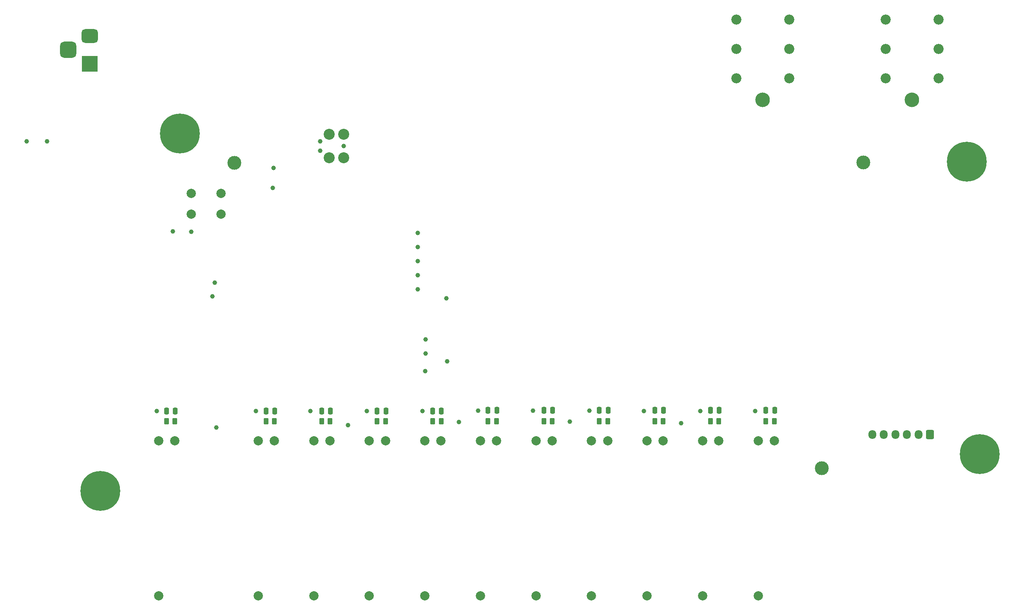
<source format=gbr>
%TF.GenerationSoftware,KiCad,Pcbnew,8.0.6-8.0.6-0~ubuntu22.04.1*%
%TF.CreationDate,2024-11-10T19:06:55-05:00*%
%TF.ProjectId,multi-band-equalizer,6d756c74-692d-4626-916e-642d65717561,rev?*%
%TF.SameCoordinates,Original*%
%TF.FileFunction,Soldermask,Bot*%
%TF.FilePolarity,Negative*%
%FSLAX46Y46*%
G04 Gerber Fmt 4.6, Leading zero omitted, Abs format (unit mm)*
G04 Created by KiCad (PCBNEW 8.0.6-8.0.6-0~ubuntu22.04.1) date 2024-11-10 19:06:55*
%MOMM*%
%LPD*%
G01*
G04 APERTURE LIST*
G04 Aperture macros list*
%AMRoundRect*
0 Rectangle with rounded corners*
0 $1 Rounding radius*
0 $2 $3 $4 $5 $6 $7 $8 $9 X,Y pos of 4 corners*
0 Add a 4 corners polygon primitive as box body*
4,1,4,$2,$3,$4,$5,$6,$7,$8,$9,$2,$3,0*
0 Add four circle primitives for the rounded corners*
1,1,$1+$1,$2,$3*
1,1,$1+$1,$4,$5*
1,1,$1+$1,$6,$7*
1,1,$1+$1,$8,$9*
0 Add four rect primitives between the rounded corners*
20,1,$1+$1,$2,$3,$4,$5,0*
20,1,$1+$1,$4,$5,$6,$7,0*
20,1,$1+$1,$6,$7,$8,$9,0*
20,1,$1+$1,$8,$9,$2,$3,0*%
G04 Aperture macros list end*
%ADD10C,1.000000*%
%ADD11C,0.900000*%
%ADD12C,8.600000*%
%ADD13R,3.500000X3.500000*%
%ADD14RoundRect,0.750000X-1.000000X0.750000X-1.000000X-0.750000X1.000000X-0.750000X1.000000X0.750000X0*%
%ADD15RoundRect,0.875000X-0.875000X0.875000X-0.875000X-0.875000X0.875000X-0.875000X0.875000X0.875000X0*%
%ADD16C,2.000000*%
%ADD17C,2.175000*%
%ADD18C,3.150000*%
%ADD19C,2.374900*%
%ADD20C,0.990600*%
%ADD21RoundRect,0.250000X0.262500X0.450000X-0.262500X0.450000X-0.262500X-0.450000X0.262500X-0.450000X0*%
%ADD22C,0.001000*%
%ADD23RoundRect,0.250000X-0.250000X-0.475000X0.250000X-0.475000X0.250000X0.475000X-0.250000X0.475000X0*%
%ADD24C,3.000000*%
%ADD25RoundRect,0.250000X0.600000X0.725000X-0.600000X0.725000X-0.600000X-0.725000X0.600000X-0.725000X0*%
%ADD26O,1.700000X1.950000*%
G04 APERTURE END LIST*
D10*
%TO.C,TP22*%
X291777500Y-242475000D03*
%TD*%
%TO.C,TP20*%
X289137500Y-215675000D03*
%TD*%
%TO.C,TP10*%
X282945000Y-204625000D03*
%TD*%
%TO.C,TP8*%
X282945000Y-210725000D03*
%TD*%
%TO.C,TP12*%
X202830000Y-181710000D03*
%TD*%
%TO.C,TP19*%
X239047500Y-212295000D03*
%TD*%
D11*
%TO.C,H2*%
X398295000Y-186110000D03*
X399239581Y-183829581D03*
X399239581Y-188390419D03*
X401520000Y-182885000D03*
D12*
X401520000Y-186110000D03*
D11*
X401520000Y-189335000D03*
X403800419Y-183829581D03*
X403800419Y-188390419D03*
X404745000Y-186110000D03*
%TD*%
D10*
%TO.C,TP23*%
X339777500Y-242675000D03*
%TD*%
%TO.C,TP21*%
X239377500Y-243675000D03*
%TD*%
%TO.C,TP6*%
X284580000Y-224580000D03*
%TD*%
D11*
%TO.C,H3*%
X211105000Y-257330000D03*
X212049581Y-255049581D03*
X212049581Y-259610419D03*
X214330000Y-254105000D03*
D12*
X214330000Y-257330000D03*
D11*
X214330000Y-260555000D03*
X216610419Y-255049581D03*
X216610419Y-259610419D03*
X217555000Y-257330000D03*
%TD*%
D10*
%TO.C,TP1*%
X251632500Y-191800000D03*
%TD*%
%TO.C,TP16*%
X289277500Y-229325000D03*
%TD*%
D11*
%TO.C,H1*%
X228275000Y-180030000D03*
X229219581Y-177749581D03*
X229219581Y-182310419D03*
X231500000Y-176805000D03*
D12*
X231500000Y-180030000D03*
D11*
X231500000Y-183255000D03*
X233780419Y-177749581D03*
X233780419Y-182310419D03*
X234725000Y-180030000D03*
%TD*%
D10*
%TO.C,TP2*%
X238515000Y-215300000D03*
%TD*%
D13*
%TO.C,J3*%
X212070000Y-164960000D03*
D14*
X212070000Y-158960000D03*
D15*
X207370000Y-161960000D03*
%TD*%
D10*
%TO.C,TP15*%
X251727500Y-187525000D03*
%TD*%
%TO.C,TP9*%
X282945000Y-207675000D03*
%TD*%
%TO.C,TP4*%
X284510000Y-231450000D03*
%TD*%
D16*
%TO.C,SW1*%
X233940000Y-193000000D03*
X240440000Y-193000000D03*
X233940000Y-197500000D03*
X240440000Y-197500000D03*
%TD*%
D10*
%TO.C,TP3*%
X233940000Y-201300000D03*
%TD*%
D17*
%TO.C,J4*%
X363150000Y-155400000D03*
X363150000Y-161750000D03*
X363150000Y-168100000D03*
X351750000Y-155400000D03*
X351750000Y-161750000D03*
X351750000Y-168100000D03*
D18*
X357450000Y-172730000D03*
%TD*%
D10*
%TO.C,TP14*%
X230027500Y-201225000D03*
%TD*%
%TO.C,TP7*%
X282945000Y-213775000D03*
%TD*%
D19*
%TO.C,J1*%
X266940000Y-185277500D03*
D20*
X266940000Y-182737500D03*
D19*
X266940000Y-180197500D03*
X263765000Y-185277500D03*
X263765000Y-180197500D03*
D20*
X261860000Y-183753500D03*
X261860000Y-181721500D03*
%TD*%
D11*
%TO.C,H4*%
X401105000Y-249430000D03*
X402049581Y-247149581D03*
X402049581Y-251710419D03*
X404330000Y-246205000D03*
D12*
X404330000Y-249430000D03*
D11*
X404330000Y-252655000D03*
X406610419Y-247149581D03*
X406610419Y-251710419D03*
X407555000Y-249430000D03*
%TD*%
D10*
%TO.C,TP18*%
X315777500Y-242375000D03*
%TD*%
%TO.C,TP5*%
X284580000Y-227600000D03*
%TD*%
D17*
%TO.C,J2*%
X395410000Y-155400000D03*
X395410000Y-161750000D03*
X395410000Y-168100000D03*
X384010000Y-155400000D03*
X384010000Y-161750000D03*
X384010000Y-168100000D03*
D18*
X389710000Y-172730000D03*
%TD*%
D10*
%TO.C,TP17*%
X267827500Y-243125000D03*
%TD*%
%TO.C,TP13*%
X198432500Y-181725000D03*
%TD*%
%TO.C,TP11*%
X282945000Y-201575000D03*
%TD*%
D21*
%TO.C,R21*%
X335955000Y-242325000D03*
X334130000Y-242325000D03*
%TD*%
D10*
%TO.C,TP31*%
X271890000Y-240080000D03*
%TD*%
D21*
%TO.C,R19*%
X359955000Y-242325000D03*
X358130000Y-242325000D03*
%TD*%
D22*
%TO.C,RV3*%
X338452500Y-275875000D03*
X338452500Y-250675000D03*
X329952500Y-274675000D03*
X329952500Y-251875000D03*
D16*
X332452500Y-246525000D03*
X335952500Y-246525000D03*
X332452500Y-280025000D03*
%TD*%
D10*
%TO.C,TP26*%
X331730000Y-240080000D03*
%TD*%
%TO.C,TP27*%
X319980000Y-239960000D03*
%TD*%
%TO.C,TP28*%
X307830000Y-239970000D03*
%TD*%
D22*
%TO.C,RV9*%
X266452500Y-275875000D03*
X266452500Y-250675000D03*
X257952500Y-274675000D03*
X257952500Y-251875000D03*
D16*
X260452500Y-246525000D03*
X263952500Y-246525000D03*
X260452500Y-280025000D03*
%TD*%
D22*
%TO.C,RV11*%
X232952500Y-275875000D03*
X232952500Y-250675000D03*
X224452500Y-274675000D03*
X224452500Y-251875000D03*
D16*
X226952500Y-246525000D03*
X230452500Y-246525000D03*
X226952500Y-280025000D03*
%TD*%
D21*
%TO.C,R24*%
X299932500Y-242325000D03*
X298107500Y-242325000D03*
%TD*%
%TO.C,R29*%
X230465000Y-242325000D03*
X228640000Y-242325000D03*
%TD*%
D23*
%TO.C,C38*%
X322140000Y-239925000D03*
X324040000Y-239925000D03*
%TD*%
D22*
%TO.C,RV7*%
X290452500Y-275875000D03*
X290452500Y-250675000D03*
X281952500Y-274675000D03*
X281952500Y-251875000D03*
D16*
X284452500Y-246525000D03*
X287952500Y-246525000D03*
X284452500Y-280025000D03*
%TD*%
D23*
%TO.C,C41*%
X286140000Y-240050000D03*
X288040000Y-240050000D03*
%TD*%
D10*
%TO.C,TP33*%
X247940000Y-240080000D03*
%TD*%
D23*
%TO.C,C40*%
X298115000Y-239925000D03*
X300015000Y-239925000D03*
%TD*%
D24*
%TO.C,FID4*%
X379190000Y-186280000D03*
%TD*%
D23*
%TO.C,C42*%
X274140000Y-240075000D03*
X276040000Y-240075000D03*
%TD*%
D24*
%TO.C,FID6*%
X370190000Y-252460000D03*
%TD*%
D21*
%TO.C,R25*%
X287965000Y-242325000D03*
X286140000Y-242325000D03*
%TD*%
D23*
%TO.C,C37*%
X334140000Y-239925000D03*
X336040000Y-239925000D03*
%TD*%
D22*
%TO.C,RV5*%
X314452500Y-275875000D03*
X314452500Y-250675000D03*
X305952500Y-274675000D03*
X305952500Y-251875000D03*
D16*
X308452500Y-246525000D03*
X311952500Y-246525000D03*
X308452500Y-280025000D03*
%TD*%
D21*
%TO.C,R22*%
X323965000Y-242325000D03*
X322140000Y-242325000D03*
%TD*%
D22*
%TO.C,RV4*%
X326452500Y-275875000D03*
X326452500Y-250675000D03*
X317952500Y-274675000D03*
X317952500Y-251875000D03*
D16*
X320452500Y-246525000D03*
X323952500Y-246525000D03*
X320452500Y-280025000D03*
%TD*%
D21*
%TO.C,R27*%
X263965000Y-242325000D03*
X262140000Y-242325000D03*
%TD*%
D23*
%TO.C,C43*%
X262140000Y-240075000D03*
X264040000Y-240075000D03*
%TD*%
D10*
%TO.C,TP25*%
X343940000Y-240080000D03*
%TD*%
D21*
%TO.C,R26*%
X275965000Y-242325000D03*
X274140000Y-242325000D03*
%TD*%
D10*
%TO.C,TP32*%
X259690000Y-240080000D03*
%TD*%
D22*
%TO.C,RV8*%
X278452500Y-275875000D03*
X278452500Y-250675000D03*
X269952500Y-274675000D03*
X269952500Y-251875000D03*
D16*
X272452500Y-246525000D03*
X275952500Y-246525000D03*
X272452500Y-280025000D03*
%TD*%
D22*
%TO.C,RV1*%
X362452500Y-275875000D03*
X362452500Y-250675000D03*
X353952500Y-274675000D03*
X353952500Y-251875000D03*
D16*
X356452500Y-246525000D03*
X359952500Y-246525000D03*
X356452500Y-280025000D03*
%TD*%
D23*
%TO.C,C45*%
X228640000Y-240100000D03*
X230540000Y-240100000D03*
%TD*%
%TO.C,C35*%
X358140000Y-239925000D03*
X360040000Y-239925000D03*
%TD*%
D10*
%TO.C,TP24*%
X355800000Y-240080000D03*
%TD*%
D21*
%TO.C,R20*%
X347965000Y-242325000D03*
X346140000Y-242325000D03*
%TD*%
D25*
%TO.C,J5*%
X393600000Y-245160000D03*
D26*
X391100000Y-245160000D03*
X388600000Y-245160000D03*
X386100000Y-245160000D03*
X383600000Y-245160000D03*
X381100000Y-245160000D03*
%TD*%
D23*
%TO.C,C44*%
X250140000Y-240075000D03*
X252040000Y-240075000D03*
%TD*%
D21*
%TO.C,R23*%
X311965000Y-242325000D03*
X310140000Y-242325000D03*
%TD*%
D23*
%TO.C,C36*%
X346140000Y-239950000D03*
X348040000Y-239950000D03*
%TD*%
D22*
%TO.C,RV10*%
X254452500Y-275875000D03*
X254452500Y-250675000D03*
X245952500Y-274675000D03*
X245952500Y-251875000D03*
D16*
X248452500Y-246525000D03*
X251952500Y-246525000D03*
X248452500Y-280025000D03*
%TD*%
D23*
%TO.C,C39*%
X310140000Y-239875000D03*
X312040000Y-239875000D03*
%TD*%
D10*
%TO.C,TP34*%
X226540000Y-240080000D03*
%TD*%
D24*
%TO.C,FID5*%
X243302944Y-186372944D03*
%TD*%
D21*
%TO.C,R28*%
X251965000Y-242325000D03*
X250140000Y-242325000D03*
%TD*%
D10*
%TO.C,TP29*%
X295950000Y-239990000D03*
%TD*%
D22*
%TO.C,RV6*%
X302452500Y-275875000D03*
X302452500Y-250675000D03*
X293952500Y-274675000D03*
X293952500Y-251875000D03*
D16*
X296452500Y-246525000D03*
X299952500Y-246525000D03*
X296452500Y-280025000D03*
%TD*%
D22*
%TO.C,RV2*%
X350452500Y-275875000D03*
X350452500Y-250675000D03*
X341952500Y-274675000D03*
X341952500Y-251875000D03*
D16*
X344452500Y-246525000D03*
X347952500Y-246525000D03*
X344452500Y-280025000D03*
%TD*%
D10*
%TO.C,TP30*%
X283940000Y-240080000D03*
%TD*%
M02*

</source>
